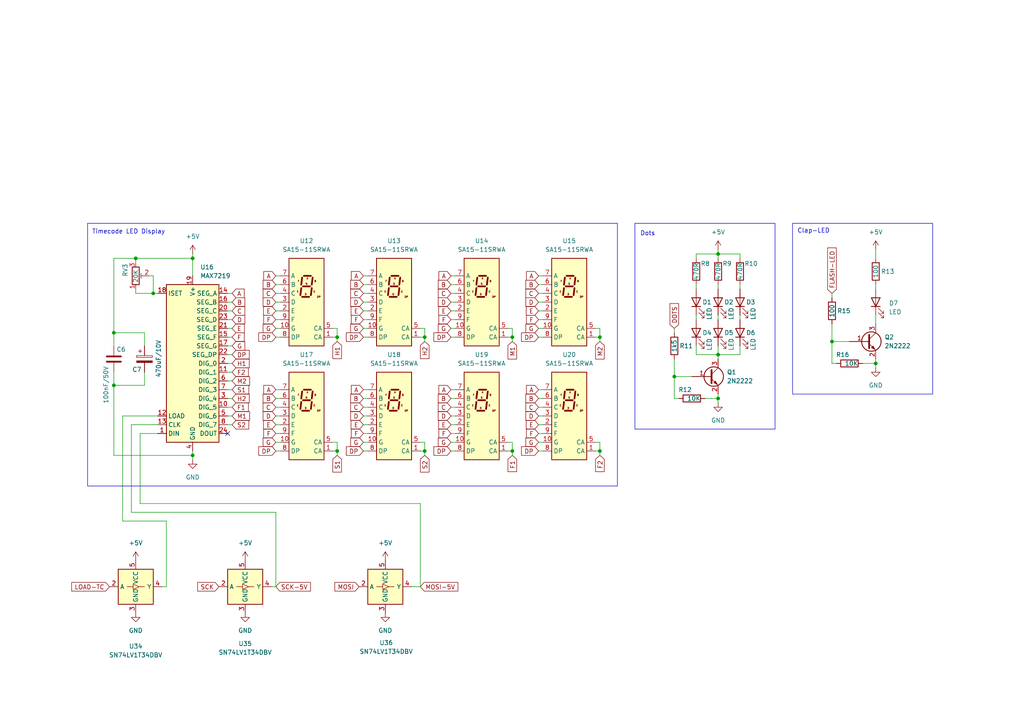
<source format=kicad_sch>
(kicad_sch (version 20231120) (generator "eeschema") (generator_version "8.0")
  (paper "A4")
  (title_block (title "DigiSlate+") (date "2024-09-05") (rev "1.1"))
  (lib_symbols
    (symbol "Device:C" (pin_numbers hide) (pin_names (offset 0.254))
      (property "Reference" "C" (at 0.635 2.54 0))
      (property "Value" "C" (at 0.635 -2.54 0))
      (symbol "C_0_1"
        (polyline (pts (xy -2.032 -0.762) (xy 2.032 -0.762)) (stroke (width 0.508)))
        (polyline (pts (xy -2.032 0.762) (xy 2.032 0.762)) (stroke (width 0.508)))
      )
      (symbol "C_1_1"
        (pin passive line (at 0 3.81 270) (length 2.794) (name "~") (number "1"))
        (pin passive line (at 0 -3.81 90) (length 2.794) (name "~") (number "2"))
      )
    )
    (symbol "Device:C_Polarized" (pin_numbers hide) (pin_names (offset 0.254))
      (property "Reference" "C" (at 0.635 2.54 0))
      (property "Value" "C_Polarized" (at 0.635 -2.54 0))
      (symbol "C_Polarized_0_1"
        (rectangle (start -2.286 0.508) (end 2.286 1.016))
        (polyline (pts (xy -1.778 2.286) (xy -0.762 2.286)))
        (polyline (pts (xy -1.27 2.794) (xy -1.27 1.778)))
        (rectangle (start 2.286 -0.508) (end -2.286 -1.016) (fill (type outline)))
      )
      (symbol "C_Polarized_1_1"
        (pin passive line (at 0 3.81 270) (length 2.794) (name "~") (number "1"))
        (pin passive line (at 0 -3.81 90) (length 2.794) (name "~") (number "2"))
      )
    )
    (symbol "Device:LED" (pin_numbers hide) (pin_names (offset 1.016) hide)
      (property "Reference" "D" (at 0 2.54 0))
      (property "Value" "LED" (at 0 -2.54 0))
      (symbol "LED_0_1"
        (polyline (pts (xy -1.27 -1.27) (xy -1.27 1.27)) (stroke (width 0.254)))
        (polyline (pts (xy -1.27 0) (xy 1.27 0)))
        (polyline (pts (xy 1.27 -1.27) (xy 1.27 1.27) (xy -1.27 0) (xy 1.27 -1.27)) (stroke (width 0.254)))
        (polyline (pts (xy -3.048 -0.762) (xy -4.572 -2.286) (xy -3.81 -2.286) (xy -4.572 -2.286) (xy -4.572 -1.524)))
        (polyline (pts (xy -1.778 -0.762) (xy -3.302 -2.286) (xy -2.54 -2.286) (xy -3.302 -2.286) (xy -3.302 -1.524)))
      )
      (symbol "LED_1_1"
        (pin passive line (at -3.81 0 0) (length 2.54) (name "K") (number "1"))
        (pin passive line (at 3.81 0 180) (length 2.54) (name "A") (number "2"))
      )
    )
    (symbol "Device:R" (pin_numbers hide) (pin_names (offset 0))
      (property "Reference" "R" (at 2.032 0 90))
      (property "Value" "R" (at 0 0 90))
      (symbol "R_0_1"
        (rectangle (start -1.016 -2.54) (end 1.016 2.54) (stroke (width 0.254)))
      )
      (symbol "R_1_1"
        (pin passive line (at 0 3.81 270) (length 1.27) (name "~") (number "1"))
        (pin passive line (at 0 -3.81 90) (length 1.27) (name "~") (number "2"))
      )
    )
    (symbol "Device:R_Potentiometer_Trim" (pin_names (offset 1.016) hide)
      (property "Reference" "RV" (at -4.445 0 90))
      (property "Value" "R_Potentiometer_Trim" (at -2.54 0 90))
      (symbol "R_Potentiometer_Trim_0_1"
        (polyline (pts (xy 1.524 0.762) (xy 1.524 -0.762)))
        (polyline (pts (xy 2.54 0) (xy 1.524 0)))
        (rectangle (start 1.016 2.54) (end -1.016 -2.54) (stroke (width 0.254)))
      )
      (symbol "R_Potentiometer_Trim_1_1"
        (pin passive line (at 0 3.81 270) (length 1.27) (name "1") (number "1"))
        (pin passive line (at 3.81 0 180) (length 1.27) (name "2") (number "2"))
        (pin passive line (at 0 -3.81 90) (length 1.27) (name "3") (number "3"))
      )
    )
    (symbol "Display_Character:SA15-11SRWA"
      (property "Reference" "U" (at 0 16.51 0))
      (property "Value" "SA15-11SRWA" (at 0 13.97 0))
      (symbol "SA15-11SRWA_1_0"
        (text "A" (at 0.254 6.858 0) (effects (font (size 0.508 0.508))))
        (text "B" (at 2.54 6.096 0) (effects (font (size 0.508 0.508))))
        (text "C" (at 2.286 3.048 0) (effects (font (size 0.508 0.508))))
        (text "D" (at -0.254 2.286 0) (effects (font (size 0.508 0.508))))
        (text "DP" (at 3.556 1.524 0) (effects (font (size 0.508 0.508))))
        (text "E" (at -2.54 3.048 0) (effects (font (size 0.508 0.508))))
        (text "F" (at -2.286 6.096 0) (effects (font (size 0.508 0.508))))
        (text "G" (at 0 5.334 0) (effects (font (size 0.508 0.508))))
      )
      (symbol "SA15-11SRWA_1_1"
        (rectangle (start -5.08 12.7) (end 5.08 -12.7) (stroke (width 0.254)) (fill (type background)))
        (polyline (pts (xy -1.524 4.064) (xy -1.778 2.032)) (stroke (width 0.508)))
        (polyline (pts (xy -1.27 1.524) (xy 0.762 1.524)) (stroke (width 0.508)))
        (polyline (pts (xy -1.27 7.112) (xy -1.524 5.08)) (stroke (width 0.508)))
        (polyline (pts (xy -1.016 4.572) (xy 1.016 4.572)) (stroke (width 0.508)))
        (polyline (pts (xy -0.762 7.62) (xy 1.27 7.62)) (stroke (width 0.508)))
        (polyline (pts (xy 1.524 4.064) (xy 1.27 2.032)) (stroke (width 0.508)))
        (polyline (pts (xy 1.778 7.112) (xy 1.524 5.08)) (stroke (width 0.508)))
        (polyline (pts (xy 2.54 1.524) (xy 2.54 1.524)) (stroke (width 0.508)))
        (pin input line (at 7.62 -10.16 180) (length 2.54) (name "CA") (number "1"))
        (pin input line (at -7.62 -7.62 0) (length 2.54) (name "G") (number "10"))
        (pin input line (at -7.62 -2.54 0) (length 2.54) (name "E") (number "2"))
        (pin input line (at -7.62 0 0) (length 2.54) (name "D") (number "3"))
        (pin input line (at -7.62 2.54 0) (length 2.54) (name "C") (number "4"))
        (pin input line (at 7.62 -7.62 180) (length 2.54) (name "CA") (number "5"))
        (pin input line (at -7.62 5.08 0) (length 2.54) (name "B") (number "6"))
        (pin input line (at -7.62 7.62 0) (length 2.54) (name "A") (number "7"))
        (pin input line (at -7.62 -10.16 0) (length 2.54) (name "DP") (number "8"))
        (pin input line (at -7.62 -5.08 0) (length 2.54) (name "F") (number "9"))
      )
    )
    (symbol "Driver_LED:MAX7219"
      (property "Reference" "U" (at -6.35 24.13 0))
      (property "Value" "MAX7219" (at 1.27 25.4 0))
      (symbol "MAX7219_0_1"
        (rectangle (start -7.62 22.86) (end 7.62 -22.86) (stroke (width 0.254)) (fill (type background)))
      )
      (symbol "MAX7219_1_1"
        (pin input line (at -10.16 -20.32 0) (length 2.54) (name "DIN") (number "1"))
        (pin output line (at 10.16 -12.7 180) (length 2.54) (name "DIG_5") (number "10"))
        (pin output line (at 10.16 -2.54 180) (length 2.54) (name "DIG_1") (number "11"))
        (pin input line (at -10.16 -15.24 0) (length 2.54) (name "LOAD") (number "12"))
        (pin input line (at -10.16 -17.78 0) (length 2.54) (name "CLK") (number "13"))
        (pin output line (at 10.16 20.32 180) (length 2.54) (name "SEG_A") (number "14"))
        (pin output line (at 10.16 7.62 180) (length 2.54) (name "SEG_F") (number "15"))
        (pin output line (at 10.16 17.78 180) (length 2.54) (name "SEG_B") (number "16"))
        (pin output line (at 10.16 5.08 180) (length 2.54) (name "SEG_G") (number "17"))
        (pin input line (at -10.16 20.32 0) (length 2.54) (name "ISET") (number "18"))
        (pin power_in line (at 0 25.4 270) (length 2.54) (name "V+") (number "19"))
        (pin output line (at 10.16 0 180) (length 2.54) (name "DIG_0") (number "2"))
        (pin output line (at 10.16 15.24 180) (length 2.54) (name "SEG_C") (number "20"))
        (pin output line (at 10.16 10.16 180) (length 2.54) (name "SEG_E") (number "21"))
        (pin output line (at 10.16 2.54 180) (length 2.54) (name "SEG_DP") (number "22"))
        (pin output line (at 10.16 12.7 180) (length 2.54) (name "SEG_D") (number "23"))
        (pin output line (at 10.16 -20.32 180) (length 2.54) (name "DOUT") (number "24"))
        (pin output line (at 10.16 -10.16 180) (length 2.54) (name "DIG_4") (number "3"))
        (pin power_in line (at 0 -25.4 90) (length 2.54) (name "GND") (number "4"))
        (pin output line (at 10.16 -15.24 180) (length 2.54) (name "DIG_6") (number "5"))
        (pin output line (at 10.16 -5.08 180) (length 2.54) (name "DIG_2") (number "6"))
        (pin output line (at 10.16 -7.62 180) (length 2.54) (name "DIG_3") (number "7"))
        (pin output line (at 10.16 -17.78 180) (length 2.54) (name "DIG_7") (number "8"))
        (pin passive line (at 0 -25.4 90) (length 2.54) hide (name "GND") (number "9"))
      )
    )
    (symbol "Logic_LevelTranslator:SN74LV1T34DBV"
      (property "Reference" "U" (at 5.08 6.35 0))
      (property "Value" "SN74LV1T34DBV" (at 5.08 3.81 0))
      (symbol "SN74LV1T34DBV_0_1"
        (rectangle (start -5.08 5.08) (end 5.08 -5.08) (stroke (width 0.254)) (fill (type background)))
        (polyline (pts (xy -0.762 0) (xy -2.54 0)))
        (polyline (pts (xy 1.016 0) (xy 2.54 0)))
      )
      (symbol "SN74LV1T34DBV_1_1"
        (polyline (pts (xy -0.762 -0.762) (xy -0.762 0.762) (xy 1.016 0) (xy -0.762 -0.762)))
        (pin no_connect line (at -5.08 2.54 0) (length 2.54) hide (name "NC") (number "1"))
        (pin input line (at -7.62 0 0) (length 2.54) (name "A") (number "2"))
        (pin power_in line (at 0 -7.62 90) (length 2.54) (name "GND") (number "3"))
        (pin output line (at 7.62 0 180) (length 2.54) (name "Y") (number "4"))
        (pin power_in line (at 0 7.62 270) (length 2.54) (name "VCC") (number "5"))
      )
    )
    (symbol "Transistor_BJT:MMBT2222A" (pin_names (offset 0) hide)
      (property "Reference" "Q" (at 5.08 1.905 0))
      (property "Value" "MMBT2222A" (at 5.08 0 0))
      (symbol "MMBT2222A_0_1"
        (polyline (pts (xy 0.635 0.635) (xy 2.54 2.54)))
        (polyline (pts (xy 0.635 -0.635) (xy 2.54 -2.54) (xy 2.54 -2.54)))
        (polyline (pts (xy 0.635 1.905) (xy 0.635 -1.905) (xy 0.635 -1.905)) (stroke (width 0.508)))
        (polyline (pts (xy 1.27 -1.778) (xy 1.778 -1.27) (xy 2.286 -2.286) (xy 1.27 -1.778) (xy 1.27 -1.778)) (fill (type outline)))
        (circle (center 1.27 0) (radius 2.8194) (stroke (width 0.254)))
      )
      (symbol "MMBT2222A_1_1"
        (pin input line (at -5.08 0 0) (length 5.715) (name "B") (number "1"))
        (pin passive line (at 2.54 -5.08 90) (length 2.54) (name "E") (number "2"))
        (pin passive line (at 2.54 5.08 270) (length 2.54) (name "C") (number "3"))
      )
    )
    (symbol "power:+5V" (power) (pin_numbers hide) (pin_names (offset 0) hide)
      (property "Value" "+5V" (at 0 3.556 0))
      (symbol "+5V_0_1"
        (polyline (pts (xy -0.762 1.27) (xy 0 2.54)))
        (polyline (pts (xy 0 0) (xy 0 2.54)))
        (polyline (pts (xy 0 2.54) (xy 0.762 1.27)))
      )
      (symbol "+5V_1_1"
        (pin power_in line (at 0 0 90) (length 0) (name "~") (number "1"))
      )
    )
    (symbol "power:GND" (power) (pin_numbers hide) (pin_names (offset 0) hide)
      (property "Value" "GND" (at 0 -3.81 0))
      (symbol "GND_0_1"
        (polyline (pts (xy 0 0) (xy 0 -1.27) (xy 1.27 -1.27) (xy 0 -2.54) (xy -1.27 -1.27) (xy 0 -1.27)))
      )
      (symbol "GND_1_1"
        (pin power_in line (at 0 0 270) (length 0) (name "~") (number "1"))
      )
    )
  )
  (junction (at 55.88 132.08))
  (junction (at 208.28 115.57))
  (junction (at 97.79 97.79))
  (junction (at 254 105.41))
  (junction (at 241.3 99.06))
  (junction (at 39.37 74.93))
  (junction (at 123.19 97.79))
  (junction (at 44.45 85.09))
  (junction (at 208.28 102.87))
  (junction (at 123.19 130.81))
  (junction (at 33.02 111.76))
  (junction (at 173.99 97.79))
  (junction (at 208.28 73.66))
  (junction (at 173.99 130.81))
  (junction (at 33.02 96.52))
  (junction (at 97.79 130.81))
  (junction (at 148.59 130.81))
  (junction (at 148.59 97.79))
  (junction (at 55.88 74.93))
  (junction (at 195.58 109.22))
  (no_connect (at 66.04 125.73))
  (wire (pts (xy 208.28 72.39) (xy 208.28 73.66)))
  (wire (pts (xy 105.41 82.55) (xy 106.68 82.55)))
  (wire (pts (xy 148.59 97.79) (xy 148.59 95.25)))
  (wire (pts (xy 67.31 118.11) (xy 66.04 118.11)))
  (wire (pts (xy 97.79 130.81) (xy 97.79 128.27)))
  (wire (pts (xy 105.41 123.19) (xy 106.68 123.19)))
  (wire (pts (xy 33.02 111.76) (xy 33.02 107.95)))
  (wire (pts (xy 208.28 91.44) (xy 208.28 92.71)))
  (wire (pts (xy 250.19 105.41) (xy 254 105.41)))
  (wire (pts (xy 241.3 85.09) (xy 241.3 86.36)))
  (wire (pts (xy 78.74 170.18) (xy 80.01 170.18)))
  (wire (pts (xy 156.21 128.27) (xy 157.48 128.27)))
  (wire (pts (xy 35.56 120.65) (xy 45.72 120.65)))
  (wire (pts (xy 130.81 118.11) (xy 132.08 118.11)))
  (wire (pts (xy 80.01 95.25) (xy 81.28 95.25)))
  (wire (pts (xy 40.64 125.73) (xy 45.72 125.73)))
  (wire (pts (xy 43.18 80.01) (xy 44.45 80.01)))
  (wire (pts (xy 208.28 115.57) (xy 208.28 114.3)))
  (wire (pts (xy 130.81 115.57) (xy 132.08 115.57)))
  (wire (pts (xy 156.21 87.63) (xy 157.48 87.63)))
  (wire (pts (xy 123.19 128.27) (xy 121.92 128.27)))
  (wire (pts (xy 80.01 118.11) (xy 81.28 118.11)))
  (wire (pts (xy 147.32 97.79) (xy 148.59 97.79)))
  (wire (pts (xy 39.37 74.93) (xy 33.02 74.93)))
  (wire (pts (xy 148.59 130.81) (xy 148.59 128.27)))
  (wire (pts (xy 195.58 109.22) (xy 200.66 109.22)))
  (wire (pts (xy 123.19 95.25) (xy 121.92 95.25)))
  (wire (pts (xy 33.02 132.08) (xy 33.02 111.76)))
  (wire (pts (xy 156.21 97.79) (xy 157.48 97.79)))
  (wire (pts (xy 214.63 82.55) (xy 214.63 83.82)))
  (wire (pts (xy 33.02 96.52) (xy 33.02 100.33)))
  (wire (pts (xy 67.31 100.33) (xy 66.04 100.33)))
  (wire (pts (xy 130.81 80.01) (xy 132.08 80.01)))
  (wire (pts (xy 67.31 87.63) (xy 66.04 87.63)))
  (wire (pts (xy 208.28 73.66) (xy 201.93 73.66)))
  (wire (pts (xy 105.41 125.73) (xy 106.68 125.73)))
  (wire (pts (xy 130.81 113.03) (xy 132.08 113.03)))
  (wire (pts (xy 156.21 120.65) (xy 157.48 120.65)))
  (wire (pts (xy 48.26 170.18) (xy 48.26 151.13)))
  (wire (pts (xy 80.01 170.18) (xy 80.01 148.59)))
  (wire (pts (xy 105.41 118.11) (xy 106.68 118.11)))
  (wire (pts (xy 147.32 130.81) (xy 148.59 130.81)))
  (wire (pts (xy 241.3 99.06) (xy 246.38 99.06)))
  (wire (pts (xy 156.21 82.55) (xy 157.48 82.55)))
  (wire (pts (xy 55.88 74.93) (xy 39.37 74.93)))
  (wire (pts (xy 105.41 128.27) (xy 106.68 128.27)))
  (wire (pts (xy 254 72.39) (xy 254 74.93)))
  (wire (pts (xy 80.01 125.73) (xy 81.28 125.73)))
  (wire (pts (xy 55.88 130.81) (xy 55.88 132.08)))
  (wire (pts (xy 201.93 91.44) (xy 201.93 92.71)))
  (wire (pts (xy 172.72 97.79) (xy 173.99 97.79)))
  (wire (pts (xy 148.59 128.27) (xy 147.32 128.27)))
  (wire (pts (xy 67.31 92.71) (xy 66.04 92.71)))
  (wire (pts (xy 130.81 125.73) (xy 132.08 125.73)))
  (wire (pts (xy 67.31 123.19) (xy 66.04 123.19)))
  (wire (pts (xy 156.21 125.73) (xy 157.48 125.73)))
  (wire (pts (xy 80.01 92.71) (xy 81.28 92.71)))
  (wire (pts (xy 242.57 105.41) (xy 241.3 105.41)))
  (wire (pts (xy 67.31 90.17) (xy 66.04 90.17)))
  (wire (pts (xy 67.31 113.03) (xy 66.04 113.03)))
  (wire (pts (xy 196.85 115.57) (xy 195.58 115.57)))
  (wire (pts (xy 105.41 120.65) (xy 106.68 120.65)))
  (wire (pts (xy 80.01 123.19) (xy 81.28 123.19)))
  (wire (pts (xy 105.41 115.57) (xy 106.68 115.57)))
  (wire (pts (xy 123.19 97.79) (xy 123.19 95.25)))
  (wire (pts (xy 195.58 95.25) (xy 195.58 96.52)))
  (wire (pts (xy 38.1 148.59) (xy 38.1 123.19)))
  (wire (pts (xy 254 105.41) (xy 254 104.14)))
  (wire (pts (xy 67.31 120.65) (xy 66.04 120.65)))
  (wire (pts (xy 96.52 130.81) (xy 97.79 130.81)))
  (wire (pts (xy 201.93 102.87) (xy 208.28 102.87)))
  (wire (pts (xy 41.91 111.76) (xy 33.02 111.76)))
  (wire (pts (xy 201.93 82.55) (xy 201.93 83.82)))
  (wire (pts (xy 156.21 92.71) (xy 157.48 92.71)))
  (wire (pts (xy 214.63 102.87) (xy 214.63 100.33)))
  (wire (pts (xy 105.41 90.17) (xy 106.68 90.17)))
  (wire (pts (xy 156.21 118.11) (xy 157.48 118.11)))
  (wire (pts (xy 254 91.44) (xy 254 93.98)))
  (wire (pts (xy 156.21 80.01) (xy 157.48 80.01)))
  (wire (pts (xy 130.81 128.27) (xy 132.08 128.27)))
  (wire (pts (xy 121.92 170.18) (xy 121.92 146.05)))
  (wire (pts (xy 214.63 91.44) (xy 214.63 92.71)))
  (wire (pts (xy 48.26 170.18) (xy 46.99 170.18)))
  (wire (pts (xy 105.41 87.63) (xy 106.68 87.63)))
  (wire (pts (xy 214.63 74.93) (xy 214.63 73.66)))
  (wire (pts (xy 105.41 113.03) (xy 106.68 113.03)))
  (wire (pts (xy 173.99 95.25) (xy 172.72 95.25)))
  (wire (pts (xy 254 82.55) (xy 254 83.82)))
  (wire (pts (xy 67.31 110.49) (xy 66.04 110.49)))
  (wire (pts (xy 105.41 92.71) (xy 106.68 92.71)))
  (wire (pts (xy 208.28 102.87) (xy 214.63 102.87)))
  (wire (pts (xy 208.28 100.33) (xy 208.28 102.87)))
  (wire (pts (xy 105.41 95.25) (xy 106.68 95.25)))
  (wire (pts (xy 55.88 73.66) (xy 55.88 74.93)))
  (wire (pts (xy 105.41 85.09) (xy 106.68 85.09)))
  (wire (pts (xy 80.01 128.27) (xy 81.28 128.27)))
  (wire (pts (xy 172.72 130.81) (xy 173.99 130.81)))
  (wire (pts (xy 214.63 73.66) (xy 208.28 73.66)))
  (wire (pts (xy 121.92 97.79) (xy 123.19 97.79)))
  (wire (pts (xy 208.28 82.55) (xy 208.28 83.82)))
  (wire (pts (xy 123.19 99.06) (xy 123.19 97.79)))
  (wire (pts (xy 80.01 115.57) (xy 81.28 115.57)))
  (wire (pts (xy 67.31 107.95) (xy 66.04 107.95)))
  (wire (pts (xy 67.31 102.87) (xy 66.04 102.87)))
  (wire (pts (xy 156.21 85.09) (xy 157.48 85.09)))
  (wire (pts (xy 67.31 95.25) (xy 66.04 95.25)))
  (wire (pts (xy 55.88 74.93) (xy 55.88 80.01)))
  (wire (pts (xy 48.26 151.13) (xy 35.56 151.13)))
  (wire (pts (xy 173.99 132.08) (xy 173.99 130.81)))
  (wire (pts (xy 96.52 97.79) (xy 97.79 97.79)))
  (wire (pts (xy 195.58 115.57) (xy 195.58 109.22)))
  (wire (pts (xy 241.3 105.41) (xy 241.3 99.06)))
  (wire (pts (xy 156.21 113.03) (xy 157.48 113.03)))
  (wire (pts (xy 105.41 97.79) (xy 106.68 97.79)))
  (wire (pts (xy 173.99 130.81) (xy 173.99 128.27)))
  (wire (pts (xy 55.88 132.08) (xy 55.88 133.35)))
  (wire (pts (xy 201.93 73.66) (xy 201.93 74.93)))
  (wire (pts (xy 80.01 85.09) (xy 81.28 85.09)))
  (wire (pts (xy 97.79 99.06) (xy 97.79 97.79)))
  (wire (pts (xy 119.38 170.18) (xy 121.92 170.18)))
  (wire (pts (xy 156.21 123.19) (xy 157.48 123.19)))
  (wire (pts (xy 130.81 123.19) (xy 132.08 123.19)))
  (wire (pts (xy 39.37 74.93) (xy 39.37 76.2)))
  (wire (pts (xy 130.81 130.81) (xy 132.08 130.81)))
  (wire (pts (xy 130.81 120.65) (xy 132.08 120.65)))
  (wire (pts (xy 41.91 100.33) (xy 41.91 96.52)))
  (wire (pts (xy 123.19 130.81) (xy 123.19 128.27)))
  (wire (pts (xy 148.59 99.06) (xy 148.59 97.79)))
  (wire (pts (xy 173.99 128.27) (xy 172.72 128.27)))
  (wire (pts (xy 67.31 105.41) (xy 66.04 105.41)))
  (wire (pts (xy 130.81 87.63) (xy 132.08 87.63)))
  (wire (pts (xy 130.81 85.09) (xy 132.08 85.09)))
  (wire (pts (xy 80.01 87.63) (xy 81.28 87.63)))
  (wire (pts (xy 39.37 85.09) (xy 44.45 85.09)))
  (wire (pts (xy 208.28 73.66) (xy 208.28 74.93)))
  (wire (pts (xy 123.19 132.08) (xy 123.19 130.81)))
  (wire (pts (xy 130.81 90.17) (xy 132.08 90.17)))
  (wire (pts (xy 67.31 97.79) (xy 66.04 97.79)))
  (wire (pts (xy 121.92 146.05) (xy 40.64 146.05)))
  (wire (pts (xy 130.81 82.55) (xy 132.08 82.55)))
  (wire (pts (xy 40.64 146.05) (xy 40.64 125.73)))
  (wire (pts (xy 173.99 97.79) (xy 173.99 95.25)))
  (wire (pts (xy 105.41 80.01) (xy 106.68 80.01)))
  (wire (pts (xy 80.01 82.55) (xy 81.28 82.55)))
  (wire (pts (xy 67.31 115.57) (xy 66.04 115.57)))
  (wire (pts (xy 105.41 130.81) (xy 106.68 130.81)))
  (wire (pts (xy 80.01 80.01) (xy 81.28 80.01)))
  (wire (pts (xy 41.91 96.52) (xy 33.02 96.52)))
  (wire (pts (xy 80.01 113.03) (xy 81.28 113.03)))
  (wire (pts (xy 67.31 85.09) (xy 66.04 85.09)))
  (wire (pts (xy 208.28 115.57) (xy 208.28 116.84)))
  (wire (pts (xy 44.45 80.01) (xy 44.45 85.09)))
  (wire (pts (xy 156.21 90.17) (xy 157.48 90.17)))
  (wire (pts (xy 97.79 128.27) (xy 96.52 128.27)))
  (wire (pts (xy 195.58 104.14) (xy 195.58 109.22)))
  (wire (pts (xy 55.88 132.08) (xy 33.02 132.08)))
  (wire (pts (xy 208.28 104.14) (xy 208.28 102.87)))
  (wire (pts (xy 156.21 130.81) (xy 157.48 130.81)))
  (wire (pts (xy 156.21 115.57) (xy 157.48 115.57)))
  (wire (pts (xy 80.01 97.79) (xy 81.28 97.79)))
  (wire (pts (xy 33.02 74.93) (xy 33.02 96.52)))
  (wire (pts (xy 148.59 95.25) (xy 147.32 95.25)))
  (wire (pts (xy 97.79 97.79) (xy 97.79 95.25)))
  (wire (pts (xy 173.99 99.06) (xy 173.99 97.79)))
  (wire (pts (xy 80.01 120.65) (xy 81.28 120.65)))
  (wire (pts (xy 254 105.41) (xy 254 106.68)))
  (wire (pts (xy 44.45 85.09) (xy 45.72 85.09)))
  (wire (pts (xy 241.3 93.98) (xy 241.3 99.06)))
  (wire (pts (xy 80.01 90.17) (xy 81.28 90.17)))
  (wire (pts (xy 35.56 151.13) (xy 35.56 120.65)))
  (wire (pts (xy 38.1 123.19) (xy 45.72 123.19)))
  (wire (pts (xy 130.81 95.25) (xy 132.08 95.25)))
  (wire (pts (xy 130.81 97.79) (xy 132.08 97.79)))
  (wire (pts (xy 97.79 132.08) (xy 97.79 130.81)))
  (wire (pts (xy 41.91 107.95) (xy 41.91 111.76)))
  (wire (pts (xy 39.37 83.82) (xy 39.37 85.09)))
  (wire (pts (xy 148.59 132.08) (xy 148.59 130.81)))
  (wire (pts (xy 204.47 115.57) (xy 208.28 115.57)))
  (wire (pts (xy 130.81 92.71) (xy 132.08 92.71)))
  (wire (pts (xy 80.01 130.81) (xy 81.28 130.81)))
  (wire (pts (xy 97.79 95.25) (xy 96.52 95.25)))
  (wire (pts (xy 121.92 130.81) (xy 123.19 130.81)))
  (wire (pts (xy 156.21 95.25) (xy 157.48 95.25)))
  (wire (pts (xy 201.93 100.33) (xy 201.93 102.87)))
  (wire (pts (xy 80.01 148.59) (xy 38.1 148.59)))
  (rectangle (start 184.15 64.77) (end 224.79 124.46))
  (rectangle (start 25.4 64.77) (end 179.07 140.97))
  (rectangle (start 229.87 64.77) (end 270.51 114.3))
  (text "Timecode LED Display" (at 26.67 67.31 0) (effects (font (size 1.27 1.27)) (justify left)))
  (text "Dots" (at 185.674 67.818 0) (effects (font (size 1.27 1.27)) (justify left)))
  (text "Clap-LED" (at 235.966 67.056 0) (effects (font (size 1.27 1.27))))
  (global_label "E" (shape input) (at 105.41 123.19 180) (property "Intersheetrefs" "${INTERSHEET_REFS}" (effects (hide yes))))
  (global_label "C" (shape input) (at 130.81 118.11 180) (property "Intersheetrefs" "${INTERSHEET_REFS}" (effects (hide yes))))
  (global_label "E" (shape input) (at 156.21 123.19 180) (property "Intersheetrefs" "${INTERSHEET_REFS}" (effects (hide yes))))
  (global_label "C" (shape input) (at 156.21 118.11 180) (property "Intersheetrefs" "${INTERSHEET_REFS}" (effects (hide yes))))
  (global_label "DP" (shape input) (at 156.21 130.81 180) (property "Intersheetrefs" "${INTERSHEET_REFS}" (effects (hide yes))))
  (global_label "A" (shape input) (at 80.01 113.03 180) (property "Intersheetrefs" "${INTERSHEET_REFS}" (effects (hide yes))))
  (global_label "A" (shape input) (at 105.41 80.01 180) (property "Intersheetrefs" "${INTERSHEET_REFS}" (effects (hide yes))))
  (global_label "DP" (shape input) (at 105.41 97.79 180) (property "Intersheetrefs" "${INTERSHEET_REFS}" (effects (hide yes))))
  (global_label "F" (shape input) (at 67.31 97.79 0) (property "Intersheetrefs" "${INTERSHEET_REFS}" (effects (hide yes))))
  (global_label "A" (shape input) (at 130.81 113.03 180) (property "Intersheetrefs" "${INTERSHEET_REFS}" (effects (hide yes))))
  (global_label "DP" (shape input) (at 130.81 97.79 180) (property "Intersheetrefs" "${INTERSHEET_REFS}" (effects (hide yes))))
  (global_label "H1" (shape input) (at 97.79 99.06 270) (property "Intersheetrefs" "${INTERSHEET_REFS}" (effects (hide yes))))
  (global_label "DP" (shape input) (at 130.81 130.81 180) (property "Intersheetrefs" "${INTERSHEET_REFS}" (effects (hide yes))))
  (global_label "C" (shape input) (at 156.21 85.09 180) (property "Intersheetrefs" "${INTERSHEET_REFS}" (effects (hide yes))))
  (global_label "G" (shape input) (at 105.41 128.27 180) (property "Intersheetrefs" "${INTERSHEET_REFS}" (effects (hide yes))))
  (global_label "C" (shape input) (at 80.01 85.09 180) (property "Intersheetrefs" "${INTERSHEET_REFS}" (effects (hide yes))))
  (global_label "F1" (shape input) (at 67.31 118.11 0) (property "Intersheetrefs" "${INTERSHEET_REFS}" (effects (hide yes))))
  (global_label "B" (shape input) (at 80.01 115.57 180) (property "Intersheetrefs" "${INTERSHEET_REFS}" (effects (hide yes))))
  (global_label "G" (shape input) (at 80.01 95.25 180) (property "Intersheetrefs" "${INTERSHEET_REFS}" (effects (hide yes))))
  (global_label "A" (shape input) (at 80.01 80.01 180) (property "Intersheetrefs" "${INTERSHEET_REFS}" (effects (hide yes))))
  (global_label "C" (shape input) (at 105.41 85.09 180) (property "Intersheetrefs" "${INTERSHEET_REFS}" (effects (hide yes))))
  (global_label "F1" (shape input) (at 148.59 132.08 270) (property "Intersheetrefs" "${INTERSHEET_REFS}" (effects (hide yes))))
  (global_label "F" (shape input) (at 80.01 125.73 180) (property "Intersheetrefs" "${INTERSHEET_REFS}" (effects (hide yes))))
  (global_label "B" (shape input) (at 105.41 82.55 180) (property "Intersheetrefs" "${INTERSHEET_REFS}" (effects (hide yes))))
  (global_label "DP" (shape input) (at 105.41 130.81 180) (property "Intersheetrefs" "${INTERSHEET_REFS}" (effects (hide yes))))
  (global_label "A" (shape input) (at 156.21 80.01 180) (property "Intersheetrefs" "${INTERSHEET_REFS}" (effects (hide yes))))
  (global_label "S2" (shape input) (at 67.31 123.19 0) (property "Intersheetrefs" "${INTERSHEET_REFS}" (effects (hide yes))))
  (global_label "B" (shape input) (at 156.21 115.57 180) (property "Intersheetrefs" "${INTERSHEET_REFS}" (effects (hide yes))))
  (global_label "E" (shape input) (at 156.21 90.17 180) (property "Intersheetrefs" "${INTERSHEET_REFS}" (effects (hide yes))))
  (global_label "MOSI-5V" (shape input) (at 121.92 170.18 0) (property "Intersheetrefs" "${INTERSHEET_REFS}" (effects (hide yes))))
  (global_label "C" (shape input) (at 105.41 118.11 180) (property "Intersheetrefs" "${INTERSHEET_REFS}" (effects (hide yes))))
  (global_label "M2" (shape input) (at 67.31 110.49 0) (property "Intersheetrefs" "${INTERSHEET_REFS}" (effects (hide yes))))
  (global_label "H1" (shape input) (at 67.31 105.41 0) (property "Intersheetrefs" "${INTERSHEET_REFS}" (effects (hide yes))))
  (global_label "DP" (shape input) (at 80.01 130.81 180) (property "Intersheetrefs" "${INTERSHEET_REFS}" (effects (hide yes))))
  (global_label "D" (shape input) (at 80.01 120.65 180) (property "Intersheetrefs" "${INTERSHEET_REFS}" (effects (hide yes))))
  (global_label "A" (shape input) (at 67.31 85.09 0) (property "Intersheetrefs" "${INTERSHEET_REFS}" (effects (hide yes))))
  (global_label "B" (shape input) (at 67.31 87.63 0) (property "Intersheetrefs" "${INTERSHEET_REFS}" (effects (hide yes))))
  (global_label "E" (shape input) (at 130.81 123.19 180) (property "Intersheetrefs" "${INTERSHEET_REFS}" (effects (hide yes))))
  (global_label "S1" (shape input) (at 97.79 132.08 270) (property "Intersheetrefs" "${INTERSHEET_REFS}" (effects (hide yes))))
  (global_label "A" (shape input) (at 105.41 113.03 180) (property "Intersheetrefs" "${INTERSHEET_REFS}" (effects (hide yes))))
  (global_label "E" (shape input) (at 130.81 90.17 180) (property "Intersheetrefs" "${INTERSHEET_REFS}" (effects (hide yes))))
  (global_label "G" (shape input) (at 156.21 95.25 180) (property "Intersheetrefs" "${INTERSHEET_REFS}" (effects (hide yes))))
  (global_label "SCK" (shape input) (at 63.5 170.18 180) (property "Intersheetrefs" "${INTERSHEET_REFS}" (effects (hide yes))))
  (global_label "F" (shape input) (at 156.21 92.71 180) (property "Intersheetrefs" "${INTERSHEET_REFS}" (effects (hide yes))))
  (global_label "FLASH-LED" (shape input) (at 241.3 85.09 90) (property "Intersheetrefs" "${INTERSHEET_REFS}" (effects (hide yes))))
  (global_label "G" (shape input) (at 105.41 95.25 180) (property "Intersheetrefs" "${INTERSHEET_REFS}" (effects (hide yes))))
  (global_label "G" (shape input) (at 130.81 95.25 180) (property "Intersheetrefs" "${INTERSHEET_REFS}" (effects (hide yes))))
  (global_label "M1" (shape input) (at 67.31 120.65 0) (property "Intersheetrefs" "${INTERSHEET_REFS}" (effects (hide yes))))
  (global_label "DP" (shape input) (at 80.01 97.79 180) (property "Intersheetrefs" "${INTERSHEET_REFS}" (effects (hide yes))))
  (global_label "M1" (shape input) (at 148.59 99.06 270) (property "Intersheetrefs" "${INTERSHEET_REFS}" (effects (hide yes))))
  (global_label "G" (shape input) (at 67.31 100.33 0) (property "Intersheetrefs" "${INTERSHEET_REFS}" (effects (hide yes))))
  (global_label "G" (shape input) (at 130.81 128.27 180) (property "Intersheetrefs" "${INTERSHEET_REFS}" (effects (hide yes))))
  (global_label "G" (shape input) (at 80.01 128.27 180) (property "Intersheetrefs" "${INTERSHEET_REFS}" (effects (hide yes))))
  (global_label "C" (shape input) (at 67.31 90.17 0) (property "Intersheetrefs" "${INTERSHEET_REFS}" (effects (hide yes))))
  (global_label "LOAD-TC" (shape input) (at 31.75 170.18 180) (property "Intersheetrefs" "${INTERSHEET_REFS}" (effects (hide yes))))
  (global_label "D" (shape input) (at 67.31 92.71 0) (property "Intersheetrefs" "${INTERSHEET_REFS}" (effects (hide yes))))
  (global_label "D" (shape input) (at 105.41 120.65 180) (property "Intersheetrefs" "${INTERSHEET_REFS}" (effects (hide yes))))
  (global_label "D" (shape input) (at 156.21 87.63 180) (property "Intersheetrefs" "${INTERSHEET_REFS}" (effects (hide yes))))
  (global_label "F2" (shape input) (at 173.99 132.08 270) (property "Intersheetrefs" "${INTERSHEET_REFS}" (effects (hide yes))))
  (global_label "D" (shape input) (at 105.41 87.63 180) (property "Intersheetrefs" "${INTERSHEET_REFS}" (effects (hide yes))))
  (global_label "E" (shape input) (at 80.01 90.17 180) (property "Intersheetrefs" "${INTERSHEET_REFS}" (effects (hide yes))))
  (global_label "B" (shape input) (at 130.81 82.55 180) (property "Intersheetrefs" "${INTERSHEET_REFS}" (effects (hide yes))))
  (global_label "S2" (shape input) (at 123.19 132.08 270) (property "Intersheetrefs" "${INTERSHEET_REFS}" (effects (hide yes))))
  (global_label "A" (shape input) (at 156.21 113.03 180) (property "Intersheetrefs" "${INTERSHEET_REFS}" (effects (hide yes))))
  (global_label "G" (shape input) (at 156.21 128.27 180) (property "Intersheetrefs" "${INTERSHEET_REFS}" (effects (hide yes))))
  (global_label "B" (shape input) (at 105.41 115.57 180) (property "Intersheetrefs" "${INTERSHEET_REFS}" (effects (hide yes))))
  (global_label "F" (shape input) (at 80.01 92.71 180) (property "Intersheetrefs" "${INTERSHEET_REFS}" (effects (hide yes))))
  (global_label "DOTS" (shape input) (at 195.58 95.25 90) (property "Intersheetrefs" "${INTERSHEET_REFS}" (effects (hide yes))))
  (global_label "B" (shape input) (at 156.21 82.55 180) (property "Intersheetrefs" "${INTERSHEET_REFS}" (effects (hide yes))))
  (global_label "D" (shape input) (at 80.01 87.63 180) (property "Intersheetrefs" "${INTERSHEET_REFS}" (effects (hide yes))))
  (global_label "F" (shape input) (at 130.81 92.71 180) (property "Intersheetrefs" "${INTERSHEET_REFS}" (effects (hide yes))))
  (global_label "DP" (shape input) (at 67.31 102.87 0) (property "Intersheetrefs" "${INTERSHEET_REFS}" (effects (hide yes))))
  (global_label "D" (shape input) (at 156.21 120.65 180) (property "Intersheetrefs" "${INTERSHEET_REFS}" (effects (hide yes))))
  (global_label "F" (shape input) (at 130.81 125.73 180) (property "Intersheetrefs" "${INTERSHEET_REFS}" (effects (hide yes))))
  (global_label "C" (shape input) (at 80.01 118.11 180) (property "Intersheetrefs" "${INTERSHEET_REFS}" (effects (hide yes))))
  (global_label "C" (shape input) (at 130.81 85.09 180) (property "Intersheetrefs" "${INTERSHEET_REFS}" (effects (hide yes))))
  (global_label "S1" (shape input) (at 67.31 113.03 0) (property "Intersheetrefs" "${INTERSHEET_REFS}" (effects (hide yes))))
  (global_label "E" (shape input) (at 105.41 90.17 180) (property "Intersheetrefs" "${INTERSHEET_REFS}" (effects (hide yes))))
  (global_label "A" (shape input) (at 130.81 80.01 180) (property "Intersheetrefs" "${INTERSHEET_REFS}" (effects (hide yes))))
  (global_label "E" (shape input) (at 67.31 95.25 0) (property "Intersheetrefs" "${INTERSHEET_REFS}" (effects (hide yes))))
  (global_label "D" (shape input) (at 130.81 120.65 180) (property "Intersheetrefs" "${INTERSHEET_REFS}" (effects (hide yes))))
  (global_label "F" (shape input) (at 156.21 125.73 180) (property "Intersheetrefs" "${INTERSHEET_REFS}" (effects (hide yes))))
  (global_label "D" (shape input) (at 130.81 87.63 180) (property "Intersheetrefs" "${INTERSHEET_REFS}" (effects (hide yes))))
  (global_label "F" (shape input) (at 105.41 125.73 180) (property "Intersheetrefs" "${INTERSHEET_REFS}" (effects (hide yes))))
  (global_label "DP" (shape input) (at 156.21 97.79 180) (property "Intersheetrefs" "${INTERSHEET_REFS}" (effects (hide yes))))
  (global_label "F" (shape input) (at 105.41 92.71 180) (property "Intersheetrefs" "${INTERSHEET_REFS}" (effects (hide yes))))
  (global_label "B" (shape input) (at 80.01 82.55 180) (property "Intersheetrefs" "${INTERSHEET_REFS}" (effects (hide yes))))
  (global_label "H2" (shape input) (at 123.19 99.06 270) (property "Intersheetrefs" "${INTERSHEET_REFS}" (effects (hide yes))))
  (global_label "F2" (shape input) (at 67.31 107.95 0) (property "Intersheetrefs" "${INTERSHEET_REFS}" (effects (hide yes))))
  (global_label "H2" (shape input) (at 67.31 115.57 0) (property "Intersheetrefs" "${INTERSHEET_REFS}" (effects (hide yes))))
  (global_label "SCK-5V" (shape input) (at 80.01 170.18 0) (property "Intersheetrefs" "${INTERSHEET_REFS}" (effects (hide yes))))
  (global_label "B" (shape input) (at 130.81 115.57 180) (property "Intersheetrefs" "${INTERSHEET_REFS}" (effects (hide yes))))
  (global_label "M2" (shape input) (at 173.99 99.06 270) (property "Intersheetrefs" "${INTERSHEET_REFS}" (effects (hide yes))))
  (global_label "E" (shape input) (at 80.01 123.19 180) (property "Intersheetrefs" "${INTERSHEET_REFS}" (effects (hide yes))))
  (global_label "MOSI" (shape input) (at 104.14 170.18 180) (property "Intersheetrefs" "${INTERSHEET_REFS}" (effects (hide yes))))
  (symbol (lib_id "power:+5V") (at 71.12 162.56 0) (unit 1)
    (property "Reference" "#PWR044" (effects (hide yes)))
    (property "Value" "+5V" (at 71.12 157.48 0))
    (property "Description" "Power symbol creates a global label with name \"+5V\"" (effects (hide yes)))
  )
  (symbol (lib_id "Display_Character:SA15-11SRWA") (at 139.7 87.63 0) (unit 1)
    (property "Reference" "U14" (at 139.7 69.85 0))
    (property "Value" "SA15-11SRWA" (at 139.7 72.39 0))
    (property "Footprint" "7-segment-led:FYS-12011A" (effects (hide yes)))
    (property "Datasheet" "http://www.kingbrightusa.com/images/catalog/SPEC/SA15-11SRWA.pdf" (effects (hide yes)))
    (property "Description" "Super Bright Red Single-digit Numeric Display with white white diffused lens, common anode" (effects (hide yes)))
  )
  (symbol (lib_id "power:+5V") (at 111.76 162.56 0) (unit 1)
    (property "Reference" "#PWR046" (effects (hide yes)))
    (property "Value" "+5V" (at 111.76 157.48 0))
    (property "Description" "Power symbol creates a global label with name \"+5V\"" (effects (hide yes)))
  )
  (symbol (lib_id "Device:C") (at 33.02 104.14 0) (unit 1)
    (property "Reference" "C6" (at 33.782 101.346 0) (effects (justify left)))
    (property "Value" "100nF/50V" (at 30.734 117.094 90) (effects (justify left)))
    (property "Footprint" "Capacitor_SMD:C_1206_3216Metric_Pad1.33x1.80mm_HandSolder" (effects (hide yes)))
    (property "Description" "Unpolarized capacitor" (effects (hide yes)))
  )
  (symbol (lib_id "power:GND") (at 208.28 116.84 0) (unit 1)
    (property "Reference" "#PWR015" (effects (hide yes)))
    (property "Value" "GND" (at 208.28 121.92 0))
    (property "Description" "Power symbol creates a global label with name \"GND\" , ground" (effects (hide yes)))
  )
  (symbol (lib_id "Display_Character:SA15-11SRWA") (at 114.3 120.65 0) (unit 1)
    (property "Reference" "U18" (at 114.3 102.87 0))
    (property "Value" "SA15-11SRWA" (at 114.3 105.41 0))
    (property "Footprint" "7-segment-led:FYS-12011A" (effects (hide yes)))
    (property "Datasheet" "http://www.kingbrightusa.com/images/catalog/SPEC/SA15-11SRWA.pdf" (effects (hide yes)))
    (property "Description" "Super Bright Red Single-digit Numeric Display with white white diffused lens, common anode" (effects (hide yes)))
  )
  (symbol (lib_id "Logic_LevelTranslator:SN74LV1T34DBV") (at 71.12 170.18 0) (unit 1)
    (property "Reference" "U35" (at 71.12 186.69 0))
    (property "Value" "SN74LV1T34DBV" (at 71.12 189.23 0))
    (property "Footprint" "Package_TO_SOT_SMD:SOT-23-5" (effects (hide yes)))
    (property "Datasheet" "https://www.ti.com/lit/ds/symlink/sn74lv1t34.pdf" (effects (hide yes)))
    (property "Description" "Single Power Supply, Single Buffer GATE, CMOS Logic, Level Shifter, SOT-23-5" (effects (hide yes)))
  )
  (symbol (lib_id "Device:LED") (at 201.93 87.63 90) (unit 1)
    (property "Reference" "D1" (at 203.708 87.63 90) (effects (justify right)))
    (property "Value" "LED" (at 205.74 89.154 0) (effects (justify right)))
    (property "Footprint" "LED_THT:LED_D3.0mm_FlatTop" (effects (hide yes)))
    (property "Description" "Light emitting diode" (effects (hide yes)))
  )
  (symbol (lib_id "Logic_LevelTranslator:SN74LV1T34DBV") (at 111.76 170.18 0) (unit 1)
    (property "Reference" "U36" (at 112.014 186.436 0))
    (property "Value" "SN74LV1T34DBV" (at 112.014 188.976 0))
    (property "Footprint" "Package_TO_SOT_SMD:SOT-23-5" (effects (hide yes)))
    (property "Datasheet" "https://www.ti.com/lit/ds/symlink/sn74lv1t34.pdf" (effects (hide yes)))
    (property "Description" "Single Power Supply, Single Buffer GATE, CMOS Logic, Level Shifter, SOT-23-5" (effects (hide yes)))
  )
  (symbol (lib_id "Display_Character:SA15-11SRWA") (at 88.9 120.65 0) (unit 1)
    (property "Reference" "U17" (at 88.9 102.87 0))
    (property "Value" "SA15-11SRWA" (at 88.9 105.41 0))
    (property "Footprint" "7-segment-led:FYS-12011A" (effects (hide yes)))
    (property "Datasheet" "http://www.kingbrightusa.com/images/catalog/SPEC/SA15-11SRWA.pdf" (effects (hide yes)))
    (property "Description" "Super Bright Red Single-digit Numeric Display with white white diffused lens, common anode" (effects (hide yes)))
  )
  (symbol (lib_id "Device:R") (at 195.58 100.33 0) (unit 1)
    (property "Reference" "R11" (at 197.104 100.33 0) (effects (justify left)))
    (property "Value" "1k5" (at 195.58 100.33 90))
    (property "Footprint" "Resistor_SMD:R_1206_3216Metric" (effects (hide yes)))
    (property "Description" "Resistor" (effects (hide yes)))
  )
  (symbol (lib_id "Device:LED") (at 208.28 96.52 90) (unit 1)
    (property "Reference" "D5" (at 210.058 96.52 90) (effects (justify right)))
    (property "Value" "LED" (at 212.09 98.044 0) (effects (justify right)))
    (property "Footprint" "LED_THT:LED_D3.0mm_FlatTop" (effects (hide yes)))
    (property "Description" "Light emitting diode" (effects (hide yes)))
  )
  (symbol (lib_id "power:GND") (at 254 106.68 0) (unit 1)
    (property "Reference" "#PWR019" (effects (hide yes)))
    (property "Value" "GND" (at 254 111.76 0))
    (property "Description" "Power symbol creates a global label with name \"GND\" , ground" (effects (hide yes)))
  )
  (symbol (lib_id "Display_Character:SA15-11SRWA") (at 165.1 120.65 0) (unit 1)
    (property "Reference" "U20" (at 165.1 102.87 0))
    (property "Value" "SA15-11SRWA" (at 165.1 105.41 0))
    (property "Footprint" "7-segment-led:FYS-12011A" (effects (hide yes)))
    (property "Datasheet" "http://www.kingbrightusa.com/images/catalog/SPEC/SA15-11SRWA.pdf" (effects (hide yes)))
    (property "Description" "Super Bright Red Single-digit Numeric Display with white white diffused lens, common anode" (effects (hide yes)))
  )
  (symbol (lib_id "Device:R") (at 246.38 105.41 90) (unit 1)
    (property "Reference" "R16" (at 246.38 102.87 90) (effects (justify left)))
    (property "Value" "10K" (at 248.92 105.41 90) (effects (justify left)))
    (property "Footprint" "Resistor_SMD:R_1206_3216Metric" (effects (hide yes)))
    (property "Description" "Resistor" (effects (hide yes)))
  )
  (symbol (lib_id "Device:LED") (at 201.93 96.52 90) (unit 1)
    (property "Reference" "D4" (at 203.708 96.52 90) (effects (justify right)))
    (property "Value" "LED" (at 205.74 98.044 0) (effects (justify right)))
    (property "Footprint" "LED_THT:LED_D3.0mm_FlatTop" (effects (hide yes)))
    (property "Description" "Light emitting diode" (effects (hide yes)))
  )
  (symbol (lib_id "Device:R") (at 208.28 78.74 0) (unit 1)
    (property "Reference" "R9" (at 209.55 76.454 0) (effects (justify left)))
    (property "Value" "470R" (at 208.28 81.28 90) (effects (justify left)))
    (property "Footprint" "Resistor_SMD:R_1206_3216Metric" (effects (hide yes)))
    (property "Description" "Resistor" (effects (hide yes)))
  )
  (symbol (lib_id "power:+5V") (at 39.37 162.56 0) (unit 1)
    (property "Reference" "#PWR043" (effects (hide yes)))
    (property "Value" "+5V" (at 39.37 157.48 0))
    (property "Description" "Power symbol creates a global label with name \"+5V\"" (effects (hide yes)))
  )
  (symbol (lib_id "Device:LED") (at 214.63 87.63 90) (unit 1)
    (property "Reference" "D3" (at 216.408 87.63 90) (effects (justify right)))
    (property "Value" "LED" (at 218.44 89.154 0) (effects (justify right)))
    (property "Footprint" "LED_THT:LED_D3.0mm_FlatTop" (effects (hide yes)))
    (property "Description" "Light emitting diode" (effects (hide yes)))
  )
  (symbol (lib_id "Device:R") (at 214.63 78.74 0) (unit 1)
    (property "Reference" "R10" (at 215.9 76.454 0) (effects (justify left)))
    (property "Value" "470R" (at 214.63 81.28 90) (effects (justify left)))
    (property "Footprint" "Resistor_SMD:R_1206_3216Metric" (effects (hide yes)))
    (property "Description" "Resistor" (effects (hide yes)))
  )
  (symbol (lib_id "power:+5V") (at 208.28 72.39 0) (unit 1)
    (property "Reference" "#PWR013" (effects (hide yes)))
    (property "Value" "+5V" (at 208.28 67.31 0))
    (property "Description" "Power symbol creates a global label with name \"+5V\"" (effects (hide yes)))
  )
  (symbol (lib_id "Device:R") (at 241.3 90.17 0) (unit 1)
    (property "Reference" "R15" (at 242.824 90.17 0) (effects (justify left)))
    (property "Value" "100" (at 241.3 90.17 90))
    (property "Footprint" "Resistor_SMD:R_1206_3216Metric" (effects (hide yes)))
    (property "Description" "Resistor" (effects (hide yes)))
  )
  (symbol (lib_id "Display_Character:SA15-11SRWA") (at 88.9 87.63 0) (unit 1)
    (property "Reference" "U12" (at 88.9 69.85 0))
    (property "Value" "SA15-11SRWA" (at 88.9 72.39 0))
    (property "Footprint" "7-segment-led:FYS-12011A" (effects (hide yes)))
    (property "Datasheet" "http://www.kingbrightusa.com/images/catalog/SPEC/SA15-11SRWA.pdf" (effects (hide yes)))
    (property "Description" "Super Bright Red Single-digit Numeric Display with white white diffused lens, common anode" (effects (hide yes)))
  )
  (symbol (lib_id "Display_Character:SA15-11SRWA") (at 114.3 87.63 0) (unit 1)
    (property "Reference" "U13" (at 114.3 69.85 0))
    (property "Value" "SA15-11SRWA" (at 114.3 72.39 0))
    (property "Footprint" "7-segment-led:FYS-12011A" (effects (hide yes)))
    (property "Datasheet" "http://www.kingbrightusa.com/images/catalog/SPEC/SA15-11SRWA.pdf" (effects (hide yes)))
    (property "Description" "Super Bright Red Single-digit Numeric Display with white white diffused lens, common anode" (effects (hide yes)))
  )
  (symbol (lib_id "Device:C_Polarized") (at 41.91 104.14 0) (unit 1)
    (property "Reference" "C7" (at 38.354 107.188 0) (effects (justify left)))
    (property "Value" "470uF/10V" (at 45.974 109.474 90) (effects (justify left)))
    (property "Footprint" "Capacitor_Tantalum_SMD:CP_EIA-7343-31_Kemet-D_Pad2.25x2.55mm_HandSolder" (effects (hide yes)))
    (property "Description" "Polarized capacitor" (effects (hide yes)))
  )
  (symbol (lib_id "power:+5V") (at 55.88 73.66 0) (unit 1)
    (property "Reference" "#PWR018" (effects (hide yes)))
    (property "Value" "+5V" (at 55.88 68.58 0))
    (property "Description" "Power symbol creates a global label with name \"+5V\"" (effects (hide yes)))
  )
  (symbol (lib_id "power:GND") (at 71.12 177.8 0) (unit 1)
    (property "Reference" "#PWR045" (effects (hide yes)))
    (property "Value" "GND" (at 71.12 182.88 0))
    (property "Description" "Power symbol creates a global label with name \"GND\" , ground" (effects (hide yes)))
  )
  (symbol (lib_id "Display_Character:SA15-11SRWA") (at 165.1 87.63 0) (unit 1)
    (property "Reference" "U15" (at 165.1 69.85 0))
    (property "Value" "SA15-11SRWA" (at 165.1 72.39 0))
    (property "Footprint" "7-segment-led:FYS-12011A" (effects (hide yes)))
    (property "Datasheet" "http://www.kingbrightusa.com/images/catalog/SPEC/SA15-11SRWA.pdf" (effects (hide yes)))
    (property "Description" "Super Bright Red Single-digit Numeric Display with white white diffused lens, common anode" (effects (hide yes)))
  )
  (symbol (lib_id "Device:LED") (at 208.28 87.63 90) (unit 1)
    (property "Reference" "D2" (at 210.058 87.63 90) (effects (justify right)))
    (property "Value" "LED" (at 212.09 89.154 0) (effects (justify right)))
    (property "Footprint" "LED_THT:LED_D3.0mm_FlatTop" (effects (hide yes)))
    (property "Description" "Light emitting diode" (effects (hide yes)))
  )
  (symbol (lib_id "power:GND") (at 39.37 177.8 0) (unit 1)
    (property "Reference" "#PWR042" (effects (hide yes)))
    (property "Value" "GND" (at 39.37 182.88 0))
    (property "Description" "Power symbol creates a global label with name \"GND\" , ground" (effects (hide yes)))
  )
  (symbol (lib_id "power:GND") (at 55.88 133.35 0) (unit 1)
    (property "Reference" "#PWR020" (effects (hide yes)))
    (property "Value" "GND" (at 55.88 138.43 0))
    (property "Description" "Power symbol creates a global label with name \"GND\" , ground" (effects (hide yes)))
  )
  (symbol (lib_id "Device:R") (at 201.93 78.74 0) (unit 1)
    (property "Reference" "R8" (at 203.2 76.454 0) (effects (justify left)))
    (property "Value" "470R" (at 201.93 81.28 90) (effects (justify left)))
    (property "Footprint" "Resistor_SMD:R_1206_3216Metric" (effects (hide yes)))
    (property "Description" "Resistor" (effects (hide yes)))
  )
  (symbol (lib_id "Device:R") (at 200.66 115.57 90) (unit 1)
    (property "Reference" "R12" (at 200.66 113.03 90) (effects (justify left)))
    (property "Value" "10K" (at 203.2 115.57 90) (effects (justify left)))
    (property "Footprint" "Resistor_SMD:R_1206_3216Metric" (effects (hide yes)))
    (property "Description" "Resistor" (effects (hide yes)))
  )
  (symbol (lib_id "power:+5V") (at 254 72.39 0) (unit 1)
    (property "Reference" "#PWR017" (effects (hide yes)))
    (property "Value" "+5V" (at 254 67.31 0))
    (property "Description" "Power symbol creates a global label with name \"+5V\"" (effects (hide yes)))
  )
  (symbol (lib_id "Display_Character:SA15-11SRWA") (at 139.7 120.65 0) (unit 1)
    (property "Reference" "U19" (at 139.7 102.87 0))
    (property "Value" "SA15-11SRWA" (at 139.7 105.41 0))
    (property "Footprint" "7-segment-led:FYS-12011A" (effects (hide yes)))
    (property "Datasheet" "http://www.kingbrightusa.com/images/catalog/SPEC/SA15-11SRWA.pdf" (effects (hide yes)))
    (property "Description" "Super Bright Red Single-digit Numeric Display with white white diffused lens, common anode" (effects (hide yes)))
  )
  (symbol (lib_id "power:GND") (at 111.76 177.8 0) (unit 1)
    (property "Reference" "#PWR047" (effects (hide yes)))
    (property "Value" "GND" (at 111.76 182.88 0))
    (property "Description" "Power symbol creates a global label with name \"GND\" , ground" (effects (hide yes)))
  )
  (symbol (lib_id "Driver_LED:MAX7219") (at 55.88 105.41 0) (unit 1)
    (property "Reference" "U16" (at 58.0741 77.47 0) (effects (justify left)))
    (property "Value" "MAX7219" (at 58.0741 80.01 0) (effects (justify left)))
    (property "Footprint" "Package_SO:SOIC-24W_7.5x15.4mm_P1.27mm" (effects (hide yes)))
    (property "Datasheet" "https://datasheets.maximintegrated.com/en/ds/MAX7219-MAX7221.pdf" (effects (hide yes)))
    (property "Description" "8-Digit LED Display Driver" (effects (hide yes)))
  )
  (symbol (lib_id "Transistor_BJT:MMBT2222A") (at 251.46 99.06 0) (unit 1)
    (property "Reference" "Q2" (at 256.54 97.7899 0) (effects (justify left)))
    (property "Value" "2N2222" (at 256.54 100.3299 0) (effects (justify left)))
    (property "Footprint" "Package_TO_SOT_SMD:SOT-23" (effects (hide yes)))
    (property "Datasheet" "https://assets.nexperia.com/documents/data-sheet/MMBT2222A.pdf" (effects (hide yes)))
    (property "Description" "600mA Ic, 40V Vce, NPN Transistor, SOT-23" (effects (hide yes)))
  )
  (symbol (lib_id "Logic_LevelTranslator:SN74LV1T34DBV") (at 39.37 170.18 0) (unit 1)
    (property "Reference" "U34" (at 39.37 187.452 0))
    (property "Value" "SN74LV1T34DBV" (at 39.37 189.992 0))
    (property "Footprint" "Package_TO_SOT_SMD:SOT-23-5" (effects (hide yes)))
    (property "Datasheet" "https://www.ti.com/lit/ds/symlink/sn74lv1t34.pdf" (effects (hide yes)))
    (property "Description" "Single Power Supply, Single Buffer GATE, CMOS Logic, Level Shifter, SOT-23-5" (effects (hide yes)))
  )
  (symbol (lib_id "Device:LED") (at 254 87.63 90) (unit 1)
    (property "Reference" "D7" (at 257.81 87.9474 90) (effects (justify right)))
    (property "Value" "LED" (at 257.81 90.4874 90) (effects (justify right)))
    (property "Footprint" "LED_THT:LED_D10.0mm" (effects (hide yes)))
    (property "Description" "Light emitting diode" (effects (hide yes)))
  )
  (symbol (lib_id "Device:R") (at 254 78.74 0) (unit 1)
    (property "Reference" "R13" (at 255.524 78.74 0) (effects (justify left)))
    (property "Value" "100" (at 254 78.74 90))
    (property "Footprint" "Resistor_SMD:R_1206_3216Metric" (effects (hide yes)))
    (property "Description" "Resistor" (effects (hide yes)))
  )
  (symbol (lib_id "Device:LED") (at 214.63 96.52 90) (unit 1)
    (property "Reference" "D6" (at 216.408 96.52 90) (effects (justify right)))
    (property "Value" "LED" (at 218.44 98.044 0) (effects (justify right)))
    (property "Footprint" "LED_THT:LED_D3.0mm_FlatTop" (effects (hide yes)))
    (property "Description" "Light emitting diode" (effects (hide yes)))
  )
  (symbol (lib_id "Transistor_BJT:MMBT2222A") (at 205.74 109.22 0) (unit 1)
    (property "Reference" "Q1" (at 210.82 107.9499 0) (effects (justify left)))
    (property "Value" "2N2222" (at 210.82 110.4899 0) (effects (justify left)))
    (property "Footprint" "Package_TO_SOT_SMD:SOT-23" (effects (hide yes)))
    (property "Datasheet" "https://assets.nexperia.com/documents/data-sheet/MMBT2222A.pdf" (effects (hide yes)))
    (property "Description" "600mA Ic, 40V Vce, NPN Transistor, SOT-23" (effects (hide yes)))
  )
  (symbol (lib_id "Device:R_Potentiometer_Trim") (at 39.37 80.01 0) (mirror x) (unit 1)
    (property "Reference" "RV3" (at 36.322 80.264 90) (effects (justify right)))
    (property "Value" "20K" (at 39.37 82.042 90) (effects (justify right)))
    (property "Footprint" "Potentiometer_SMD:Potentiometer_Vishay_TS53YL_Vertical" (effects (hide yes)))
    (property "Description" "Trim-potentiometer" (effects (hide yes)))
  )
)
</source>
